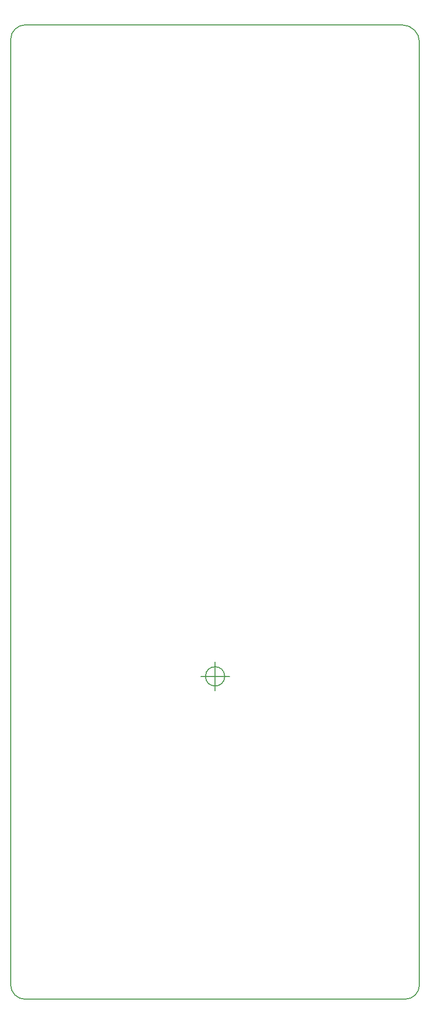
<source format=gbr>
%TF.GenerationSoftware,KiCad,Pcbnew,(6.0.8)*%
%TF.CreationDate,2022-11-02T23:41:58+01:00*%
%TF.ProjectId,crane,6372616e-652e-46b6-9963-61645f706362,rev?*%
%TF.SameCoordinates,Original*%
%TF.FileFunction,Profile,NP*%
%FSLAX46Y46*%
G04 Gerber Fmt 4.6, Leading zero omitted, Abs format (unit mm)*
G04 Created by KiCad (PCBNEW (6.0.8)) date 2022-11-02 23:41:58*
%MOMM*%
%LPD*%
G01*
G04 APERTURE LIST*
%TA.AperFunction,Profile*%
%ADD10C,0.150000*%
%TD*%
G04 APERTURE END LIST*
D10*
X117000000Y-87000000D02*
X182500000Y-87000000D01*
X185500000Y-90000000D02*
G75*
G03*
X182500000Y-87000000I-3000000J0D01*
G01*
X185500000Y-90000000D02*
X185500000Y-253500000D01*
X183000000Y-256000000D02*
X117000000Y-256000000D01*
X183000000Y-256000000D02*
G75*
G03*
X185500000Y-253500000I0J2500000D01*
G01*
X117000000Y-87000000D02*
G75*
G03*
X114500000Y-89500000I0J-2500000D01*
G01*
X114500000Y-253500000D02*
G75*
G03*
X117000000Y-256000000I2500000J0D01*
G01*
X114500000Y-253500000D02*
X114500000Y-89500000D01*
X151666666Y-200000000D02*
G75*
G03*
X151666666Y-200000000I-1666666J0D01*
G01*
X147500000Y-200000000D02*
X152500000Y-200000000D01*
X150000000Y-197500000D02*
X150000000Y-202500000D01*
X151666666Y-200000000D02*
G75*
G03*
X151666666Y-200000000I-1666666J0D01*
G01*
X147500000Y-200000000D02*
X152500000Y-200000000D01*
X150000000Y-197500000D02*
X150000000Y-202500000D01*
M02*

</source>
